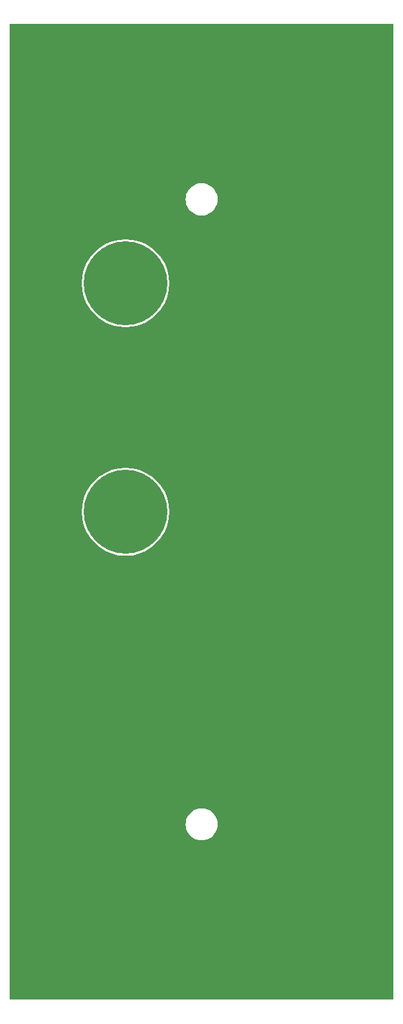
<source format=gbl>
G04 start of page 3 for group 1 idx 1 *
G04 Title: 31.001.00.01.01.pcb, bottom *
G04 Creator: pcb 4.2.1 *
G04 CreationDate: Wed Dec 23 16:06:14 2020 UTC *
G04 For: bert *
G04 Format: Gerber/RS-274X *
G04 PCB-Dimensions (mil): 3937.01 5905.51 *
G04 PCB-Coordinate-Origin: lower left *
%MOIN*%
%FSLAX25Y25*%
%LNGBL*%
%ADD21C,0.1102*%
%ADD20C,0.1457*%
%ADD19C,0.4331*%
%ADD18C,0.2559*%
%ADD17C,0.1968*%
%ADD16C,0.0001*%
G54D16*G36*
X138767Y551181D02*X238189D01*
Y47244D01*
X138767D01*
Y129487D01*
X138780Y129486D01*
X140079Y129589D01*
X141347Y129893D01*
X142552Y130392D01*
X143663Y131073D01*
X144655Y131920D01*
X145502Y132911D01*
X146183Y134023D01*
X146682Y135228D01*
X146986Y136495D01*
X147063Y137795D01*
X146986Y139095D01*
X146682Y140363D01*
X146183Y141568D01*
X145502Y142679D01*
X144655Y143671D01*
X143663Y144517D01*
X142552Y145199D01*
X141347Y145698D01*
X140079Y146002D01*
X138780Y146104D01*
X138767Y146103D01*
Y452322D01*
X138780Y452321D01*
X140079Y452423D01*
X141347Y452728D01*
X142552Y453227D01*
X143663Y453908D01*
X144655Y454755D01*
X145502Y455746D01*
X146183Y456858D01*
X146682Y458062D01*
X146986Y459330D01*
X147063Y460630D01*
X146986Y461930D01*
X146682Y463198D01*
X146183Y464402D01*
X145502Y465514D01*
X144655Y466505D01*
X143663Y467352D01*
X142552Y468033D01*
X141347Y468532D01*
X140079Y468837D01*
X138780Y468939D01*
X138767Y468938D01*
Y551181D01*
G37*
G36*
X99375D02*X138767D01*
Y468938D01*
X137480Y468837D01*
X136212Y468532D01*
X135007Y468033D01*
X133896Y467352D01*
X132904Y466505D01*
X132057Y465514D01*
X131376Y464402D01*
X130877Y463198D01*
X130573Y461930D01*
X130470Y460630D01*
X130573Y459330D01*
X130877Y458062D01*
X131376Y456858D01*
X132057Y455746D01*
X132904Y454755D01*
X133896Y453908D01*
X135007Y453227D01*
X136212Y452728D01*
X137480Y452423D01*
X138767Y452322D01*
Y146103D01*
X137480Y146002D01*
X136212Y145698D01*
X135007Y145199D01*
X133896Y144517D01*
X132904Y143671D01*
X132057Y142679D01*
X131376Y141568D01*
X130877Y140363D01*
X130573Y139095D01*
X130470Y137795D01*
X130573Y136495D01*
X130877Y135228D01*
X131376Y134023D01*
X132057Y132911D01*
X132904Y131920D01*
X133896Y131073D01*
X135007Y130392D01*
X136212Y129893D01*
X137480Y129589D01*
X138767Y129487D01*
Y47244D01*
X99375D01*
Y276491D01*
X99409Y276489D01*
X102964Y276768D01*
X106432Y277601D01*
X109726Y278965D01*
X112766Y280829D01*
X115478Y283144D01*
X117793Y285856D01*
X119657Y288896D01*
X121021Y292191D01*
X121854Y295658D01*
X122063Y299213D01*
X121854Y302767D01*
X121021Y306235D01*
X119657Y309529D01*
X117793Y312569D01*
X115478Y315281D01*
X112766Y317597D01*
X109726Y319460D01*
X106432Y320824D01*
X102964Y321657D01*
X99409Y321936D01*
X99375Y321934D01*
Y394602D01*
X99409Y394599D01*
X102964Y394879D01*
X106432Y395711D01*
X109726Y397076D01*
X112766Y398939D01*
X115478Y401255D01*
X117793Y403966D01*
X119657Y407006D01*
X121021Y410301D01*
X121854Y413768D01*
X122063Y417323D01*
X121854Y420878D01*
X121021Y424345D01*
X119657Y427639D01*
X117793Y430680D01*
X115478Y433391D01*
X112766Y435707D01*
X109726Y437570D01*
X106432Y438935D01*
X102964Y439767D01*
X99409Y440047D01*
X99375Y440044D01*
Y551181D01*
G37*
G36*
X39370D02*X99375D01*
Y440044D01*
X95855Y439767D01*
X92387Y438935D01*
X89093Y437570D01*
X86053Y435707D01*
X83341Y433391D01*
X81025Y430680D01*
X79162Y427639D01*
X77798Y424345D01*
X76965Y420878D01*
X76686Y417323D01*
X76965Y413768D01*
X77798Y410301D01*
X79162Y407006D01*
X81025Y403966D01*
X83341Y401255D01*
X86053Y398939D01*
X89093Y397076D01*
X92387Y395711D01*
X95855Y394879D01*
X99375Y394602D01*
Y321934D01*
X95855Y321657D01*
X92387Y320824D01*
X89093Y319460D01*
X86053Y317597D01*
X83341Y315281D01*
X81025Y312569D01*
X79162Y309529D01*
X77798Y306235D01*
X76965Y302767D01*
X76686Y299213D01*
X76965Y295658D01*
X77798Y292191D01*
X79162Y288896D01*
X81025Y285856D01*
X83341Y283144D01*
X86053Y280829D01*
X89093Y278965D01*
X92387Y277601D01*
X95855Y276768D01*
X99375Y276491D01*
Y47244D01*
X39370D01*
Y551181D01*
G37*
G54D17*X59055Y59055D03*
G54D18*X99409Y299213D03*
Y417323D03*
G54D17*X59055Y539370D03*
X218504D03*
Y59055D03*
G54D19*X99409Y299213D03*
Y417323D03*
G54D20*G54D21*G54D18*G54D20*G54D21*M02*

</source>
